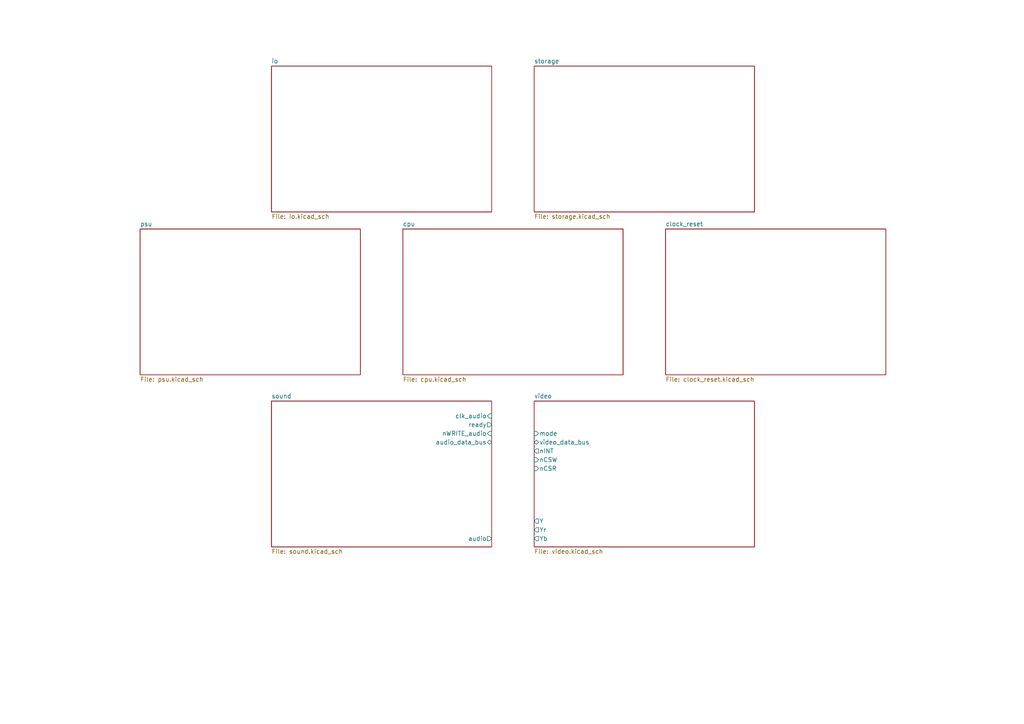
<source format=kicad_sch>
(kicad_sch (version 20211123) (generator eeschema)
  (paper "A4")
  (lib_symbols)
  (sheet (at 116.84 66.421) (size 63.881 42.291)
    (property "Sheet name" "cpu" (at 116.84 65.7094 0) (effects (justify left bottom)))
    (property "Sheet file" "cpu.kicad_sch" (at 116.84 109.2966 0) (effects (justify left top)))
  )
  (sheet (at 78.74 116.332) (size 63.881 42.291)
    (property "Sheet name" "sound" (at 78.74 115.6204 0) (effects (justify left bottom)))
    (property "Sheet file" "sound.kicad_sch" (at 78.74 159.2076 0) (effects (justify left top)))
    (pin "clk_audio" input (at 142.621 120.65 0))
    (pin "ready" output (at 142.621 123.19 0))
    (pin "nWRITE_audio" input (at 142.621 125.73 0))
    (pin "audio" output (at 142.621 156.21 0))
    (pin "audio_data_bus" bidirectional (at 142.621 128.27 0))
  )
  (sheet (at 154.94 116.332) (size 63.881 42.291)
    (property "Sheet name" "video" (at 154.94 115.6204 0) (effects (justify left bottom)))
    (property "Sheet file" "video.kicad_sch" (at 154.94 159.2076 0) (effects (justify left top)))
    (pin "video_data_bus" bidirectional (at 154.94 128.27 180))
    (pin "nINT" output (at 154.94 130.81 180))
    (pin "nCSW" input (at 154.94 133.35 180))
    (pin "nCSR" input (at 154.94 135.89 180))
    (pin "mode" input (at 154.94 125.73 180))
    (pin "Y" output (at 154.94 151.13 180))
    (pin "Yr" output (at 154.94 153.67 180))
    (pin "Yb" output (at 154.94 156.21 180))
  )
  (sheet (at 78.74 19.177) (size 63.881 42.291)
    (property "Sheet name" "io" (at 78.74 18.4654 0) (effects (justify left bottom)))
    (property "Sheet file" "io.kicad_sch" (at 78.74 62.0526 0) (effects (justify left top)))
  )
  (sheet (at 40.64 66.421) (size 63.881 42.291)
    (property "Sheet name" "psu" (at 40.64 65.7094 0) (effects (justify left bottom)))
    (property "Sheet file" "psu.kicad_sch" (at 40.64 109.2966 0) (effects (justify left top)))
  )
  (sheet (at 154.94 19.177) (size 63.881 42.291)
    (property "Sheet name" "storage" (at 154.94 18.4654 0) (effects (justify left bottom)))
    (property "Sheet file" "storage.kicad_sch" (at 154.94 62.0526 0) (effects (justify left top)))
  )
  (sheet (at 193.04 66.421) (size 63.881 42.291)
    (property "Sheet name" "clock_reset" (at 193.04 65.7094 0) (effects (justify left bottom)))
    (property "Sheet file" "clock_reset.kicad_sch" (at 193.04 109.2966 0) (effects (justify left top)))
  )
)
</source>
